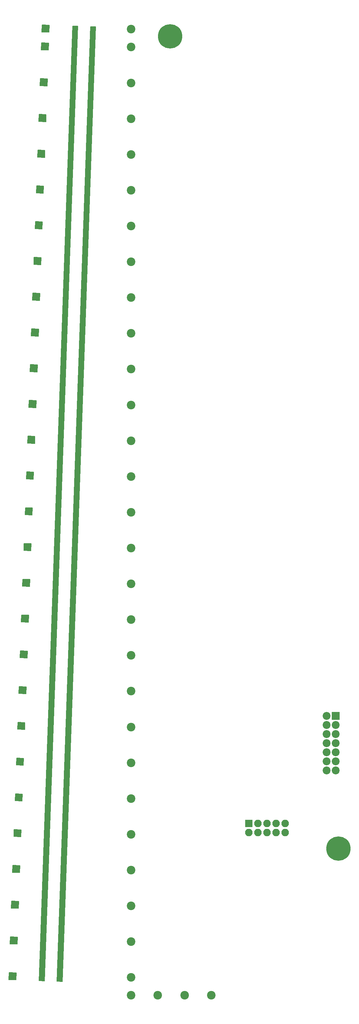
<source format=gbs>
G04 #@! TF.GenerationSoftware,KiCad,Pcbnew,(5.0.0)*
G04 #@! TF.CreationDate,2018-08-18T19:39:24+09:00*
G04 #@! TF.ProjectId,TouchSensor,546F75636853656E736F722E6B696361,rev?*
G04 #@! TF.SameCoordinates,Original*
G04 #@! TF.FileFunction,Soldermask,Bot*
G04 #@! TF.FilePolarity,Negative*
%FSLAX46Y46*%
G04 Gerber Fmt 4.6, Leading zero omitted, Abs format (unit mm)*
G04 Created by KiCad (PCBNEW (5.0.0)) date 08/18/18 19:39:24*
%MOMM*%
%LPD*%
G01*
G04 APERTURE LIST*
%ADD10C,0.150000*%
%ADD11C,6.800000*%
%ADD12O,2.100000X2.100000*%
%ADD13R,2.100000X2.100000*%
%ADD14C,2.398980*%
%ADD15R,2.200000X2.200000*%
%ADD16C,2.200000*%
G04 APERTURE END LIST*
D10*
G36*
X88656011Y-49257299D02*
X90155097Y-49309649D01*
X80836932Y-316147000D01*
X79337846Y-316094650D01*
X88656011Y-49257299D01*
G37*
X88656011Y-49257299D02*
X90155097Y-49309649D01*
X80836932Y-316147000D01*
X79337846Y-316094650D01*
X88656011Y-49257299D01*
G36*
X83659057Y-49082802D02*
X85158143Y-49135151D01*
X75839978Y-315972502D01*
X74340891Y-315920153D01*
X83659057Y-49082802D01*
G37*
X83659057Y-49082802D02*
X85158143Y-49135151D01*
X75839978Y-315972502D01*
X74340891Y-315920153D01*
X83659057Y-49082802D01*
G36*
X65915868Y-313624725D02*
X67914650Y-313694524D01*
X67844851Y-315693306D01*
X65846069Y-315623507D01*
X65915868Y-313624725D01*
G37*
X65915868Y-313624725D02*
X67914650Y-313694524D01*
X67844851Y-315693306D01*
X65846069Y-315623507D01*
X65915868Y-313624725D01*
G36*
X66962853Y-283643001D02*
X68961635Y-283712800D01*
X68891836Y-285711581D01*
X66893054Y-285641782D01*
X66962853Y-283643001D01*
G37*
X66962853Y-283643001D02*
X68961635Y-283712800D01*
X68891836Y-285711581D01*
X66893054Y-285641782D01*
X66962853Y-283643001D01*
G36*
X69405818Y-213685643D02*
X71404600Y-213755442D01*
X71334801Y-215754223D01*
X69336019Y-215684424D01*
X69405818Y-213685643D01*
G37*
X69405818Y-213685643D02*
X71404600Y-213755442D01*
X71334801Y-215754223D01*
X69336019Y-215684424D01*
X69405818Y-213685643D01*
G36*
X69056823Y-223679551D02*
X71055605Y-223749350D01*
X70985806Y-225748132D01*
X68987024Y-225678333D01*
X69056823Y-223679551D01*
G37*
X69056823Y-223679551D02*
X71055605Y-223749350D01*
X70985806Y-225748132D01*
X68987024Y-225678333D01*
X69056823Y-223679551D01*
G36*
X68009838Y-253661276D02*
X70008620Y-253731075D01*
X69938821Y-255729856D01*
X67940039Y-255660057D01*
X68009838Y-253661276D01*
G37*
X68009838Y-253661276D02*
X70008620Y-253731075D01*
X69938821Y-255729856D01*
X67940039Y-255660057D01*
X68009838Y-253661276D01*
G36*
X67660843Y-263655184D02*
X69659625Y-263724983D01*
X69589826Y-265723765D01*
X67591044Y-265653966D01*
X67660843Y-263655184D01*
G37*
X67660843Y-263655184D02*
X69659625Y-263724983D01*
X69589826Y-265723765D01*
X67591044Y-265653966D01*
X67660843Y-263655184D01*
G36*
X68707828Y-233673459D02*
X70706610Y-233743258D01*
X70636811Y-235742040D01*
X68638029Y-235672241D01*
X68707828Y-233673459D01*
G37*
X68707828Y-233673459D02*
X70706610Y-233743258D01*
X70636811Y-235742040D01*
X68638029Y-235672241D01*
X68707828Y-233673459D01*
G36*
X68358833Y-243667368D02*
X70357615Y-243737167D01*
X70287816Y-245735948D01*
X68289034Y-245666149D01*
X68358833Y-243667368D01*
G37*
X68358833Y-243667368D02*
X70357615Y-243737167D01*
X70287816Y-245735948D01*
X68289034Y-245666149D01*
X68358833Y-243667368D01*
G36*
X66613858Y-293636909D02*
X68612640Y-293706708D01*
X68542841Y-295705490D01*
X66544059Y-295635691D01*
X66613858Y-293636909D01*
G37*
X66613858Y-293636909D02*
X68612640Y-293706708D01*
X68542841Y-295705490D01*
X66544059Y-295635691D01*
X66613858Y-293636909D01*
G36*
X66264863Y-303630817D02*
X68263645Y-303700616D01*
X68193846Y-305699398D01*
X66195064Y-305629599D01*
X66264863Y-303630817D01*
G37*
X66264863Y-303630817D02*
X68263645Y-303700616D01*
X68193846Y-305699398D01*
X66195064Y-305629599D01*
X66264863Y-303630817D01*
G36*
X67311848Y-273649092D02*
X69310630Y-273718891D01*
X69240831Y-275717673D01*
X67242049Y-275647874D01*
X67311848Y-273649092D01*
G37*
X67311848Y-273649092D02*
X69310630Y-273718891D01*
X69240831Y-275717673D01*
X67242049Y-275647874D01*
X67311848Y-273649092D01*
G36*
X71499788Y-153722193D02*
X73498569Y-153791992D01*
X73428770Y-155790774D01*
X71429989Y-155720975D01*
X71499788Y-153722193D01*
G37*
X71499788Y-153722193D02*
X73498569Y-153791992D01*
X73428770Y-155790774D01*
X71429989Y-155720975D01*
X71499788Y-153722193D01*
G36*
X71150793Y-163716101D02*
X73149575Y-163785900D01*
X73079776Y-165784682D01*
X71080994Y-165714883D01*
X71150793Y-163716101D01*
G37*
X71150793Y-163716101D02*
X73149575Y-163785900D01*
X73079776Y-165784682D01*
X71080994Y-165714883D01*
X71150793Y-163716101D01*
G36*
X72197778Y-133734377D02*
X74196559Y-133804176D01*
X74126760Y-135802957D01*
X72127979Y-135733158D01*
X72197778Y-133734377D01*
G37*
X72197778Y-133734377D02*
X74196559Y-133804176D01*
X74126760Y-135802957D01*
X72127979Y-135733158D01*
X72197778Y-133734377D01*
G36*
X71848783Y-143728285D02*
X73847564Y-143798084D01*
X73777765Y-145796865D01*
X71778984Y-145727066D01*
X71848783Y-143728285D01*
G37*
X71848783Y-143728285D02*
X73847564Y-143798084D01*
X73777765Y-145796865D01*
X71778984Y-145727066D01*
X71848783Y-143728285D01*
G36*
X70103808Y-193697826D02*
X72102590Y-193767625D01*
X72032791Y-195766407D01*
X70034009Y-195696608D01*
X70103808Y-193697826D01*
G37*
X70103808Y-193697826D02*
X72102590Y-193767625D01*
X72032791Y-195766407D01*
X70034009Y-195696608D01*
X70103808Y-193697826D01*
G36*
X69754813Y-203691734D02*
X71753595Y-203761533D01*
X71683796Y-205760315D01*
X69685014Y-205690516D01*
X69754813Y-203691734D01*
G37*
X69754813Y-203691734D02*
X71753595Y-203761533D01*
X71683796Y-205760315D01*
X69685014Y-205690516D01*
X69754813Y-203691734D01*
G36*
X70801798Y-173710010D02*
X72800580Y-173779809D01*
X72730781Y-175778590D01*
X70731999Y-175708791D01*
X70801798Y-173710010D01*
G37*
X70801798Y-173710010D02*
X72800580Y-173779809D01*
X72730781Y-175778590D01*
X70731999Y-175708791D01*
X70801798Y-173710010D01*
G36*
X70452803Y-183703918D02*
X72451585Y-183773717D01*
X72381786Y-185772499D01*
X70383004Y-185702700D01*
X70452803Y-183703918D01*
G37*
X70452803Y-183703918D02*
X72451585Y-183773717D01*
X72381786Y-185772499D01*
X70383004Y-185702700D01*
X70452803Y-183703918D01*
G36*
X72895768Y-113746560D02*
X74894549Y-113816359D01*
X74824750Y-115815141D01*
X72825969Y-115745342D01*
X72895768Y-113746560D01*
G37*
X72895768Y-113746560D02*
X74894549Y-113816359D01*
X74824750Y-115815141D01*
X72825969Y-115745342D01*
X72895768Y-113746560D01*
G36*
X72546773Y-123740468D02*
X74545554Y-123810267D01*
X74475755Y-125809049D01*
X72476974Y-125739250D01*
X72546773Y-123740468D01*
G37*
X72546773Y-123740468D02*
X74545554Y-123810267D01*
X74475755Y-125809049D01*
X72476974Y-125739250D01*
X72546773Y-123740468D01*
G36*
X73593758Y-93758743D02*
X75592539Y-93828542D01*
X75522740Y-95827324D01*
X73523959Y-95757525D01*
X73593758Y-93758743D01*
G37*
X73593758Y-93758743D02*
X75592539Y-93828542D01*
X75522740Y-95827324D01*
X73523959Y-95757525D01*
X73593758Y-93758743D01*
G36*
X73244763Y-103752652D02*
X75243544Y-103822451D01*
X75173745Y-105821232D01*
X73174964Y-105751433D01*
X73244763Y-103752652D01*
G37*
X73244763Y-103752652D02*
X75243544Y-103822451D01*
X75173745Y-105821232D01*
X73174964Y-105751433D01*
X73244763Y-103752652D01*
G36*
X74291748Y-73770927D02*
X76290529Y-73840726D01*
X76220730Y-75839508D01*
X74221949Y-75769709D01*
X74291748Y-73770927D01*
G37*
X74291748Y-73770927D02*
X76290529Y-73840726D01*
X76220730Y-75839508D01*
X74221949Y-75769709D01*
X74291748Y-73770927D01*
G36*
X73942753Y-83764835D02*
X75941534Y-83834634D01*
X75871735Y-85833416D01*
X73872954Y-85763617D01*
X73942753Y-83764835D01*
G37*
X73942753Y-83764835D02*
X75941534Y-83834634D01*
X75871735Y-85833416D01*
X73872954Y-85763617D01*
X73942753Y-83764835D01*
G36*
X74640743Y-63777019D02*
X76639524Y-63846818D01*
X76569725Y-65845599D01*
X74570944Y-65775800D01*
X74640743Y-63777019D01*
G37*
X74640743Y-63777019D02*
X76639524Y-63846818D01*
X76569725Y-65845599D01*
X74570944Y-65775800D01*
X74640743Y-63777019D01*
G36*
X74989738Y-53783110D02*
X76988519Y-53852909D01*
X76918720Y-55851691D01*
X74919939Y-55781892D01*
X74989738Y-53783110D01*
G37*
X74989738Y-53783110D02*
X76988519Y-53852909D01*
X76918720Y-55851691D01*
X74919939Y-55781892D01*
X74989738Y-53783110D01*
G36*
X75164235Y-48786156D02*
X77163017Y-48855955D01*
X77093218Y-50854737D01*
X75094436Y-50784938D01*
X75164235Y-48786156D01*
G37*
X75164235Y-48786156D02*
X77163017Y-48855955D01*
X77093218Y-50854737D01*
X75094436Y-50784938D01*
X75164235Y-48786156D01*
D11*
G04 #@! TO.C,REF\002A\002A*
X111000000Y-52000000D03*
G04 #@! TD*
D12*
G04 #@! TO.C,P1*
X143160000Y-274540000D03*
X143160000Y-272000000D03*
X140620000Y-274540000D03*
X140620000Y-272000000D03*
X138080000Y-274540000D03*
X138080000Y-272000000D03*
X135540000Y-274540000D03*
X135540000Y-272000000D03*
X133000000Y-274540000D03*
D13*
X133000000Y-272000000D03*
G04 #@! TD*
D14*
G04 #@! TO.C,J1*
X100000000Y-50000000D03*
G04 #@! TD*
G04 #@! TO.C,J2*
X100000000Y-55000000D03*
G04 #@! TD*
G04 #@! TO.C,J3*
X100000000Y-65000000D03*
G04 #@! TD*
G04 #@! TO.C,J4*
X100000000Y-75000000D03*
G04 #@! TD*
G04 #@! TO.C,J5*
X100000000Y-85000000D03*
G04 #@! TD*
G04 #@! TO.C,J6*
X100000000Y-95000000D03*
G04 #@! TD*
G04 #@! TO.C,J7*
X100000000Y-105000000D03*
G04 #@! TD*
G04 #@! TO.C,J8*
X100000000Y-115000000D03*
G04 #@! TD*
G04 #@! TO.C,J9*
X100000000Y-125000000D03*
G04 #@! TD*
G04 #@! TO.C,J10*
X100000000Y-135000000D03*
G04 #@! TD*
G04 #@! TO.C,J11*
X100000000Y-145000000D03*
G04 #@! TD*
G04 #@! TO.C,J12*
X100000000Y-155000000D03*
G04 #@! TD*
G04 #@! TO.C,J13*
X100000000Y-165000000D03*
G04 #@! TD*
G04 #@! TO.C,J14*
X100000000Y-175000000D03*
G04 #@! TD*
G04 #@! TO.C,J15*
X100000000Y-185000000D03*
G04 #@! TD*
G04 #@! TO.C,J16*
X100000000Y-195000000D03*
G04 #@! TD*
G04 #@! TO.C,J17*
X100000000Y-205000000D03*
G04 #@! TD*
G04 #@! TO.C,J18*
X100000000Y-215000000D03*
G04 #@! TD*
G04 #@! TO.C,J19*
X100000000Y-225000000D03*
G04 #@! TD*
G04 #@! TO.C,J20*
X100000000Y-235000000D03*
G04 #@! TD*
G04 #@! TO.C,J21*
X100000000Y-245000000D03*
G04 #@! TD*
G04 #@! TO.C,J22*
X100000000Y-255000000D03*
G04 #@! TD*
G04 #@! TO.C,J23*
X100000000Y-265000000D03*
G04 #@! TD*
G04 #@! TO.C,J24*
X100000000Y-275000000D03*
G04 #@! TD*
G04 #@! TO.C,J25*
X100000000Y-285000000D03*
G04 #@! TD*
G04 #@! TO.C,J26*
X100000000Y-295000000D03*
G04 #@! TD*
G04 #@! TO.C,J27*
X100000000Y-305000000D03*
G04 #@! TD*
G04 #@! TO.C,J28*
X100000000Y-315000000D03*
G04 #@! TD*
G04 #@! TO.C,J29*
X100000000Y-320000000D03*
G04 #@! TD*
G04 #@! TO.C,J30*
X107500000Y-320000000D03*
G04 #@! TD*
G04 #@! TO.C,J31*
X115000000Y-320000000D03*
G04 #@! TD*
G04 #@! TO.C,J32*
X122500000Y-320000000D03*
G04 #@! TD*
D15*
G04 #@! TO.C,P2*
X157270000Y-241880000D03*
D16*
X154730000Y-241880000D03*
X157270000Y-244420000D03*
X154730000Y-244420000D03*
X157270000Y-246960000D03*
X154730000Y-246960000D03*
X157270000Y-249500000D03*
X154730000Y-249500000D03*
X157270000Y-252040000D03*
X154730000Y-252040000D03*
X157270000Y-254580000D03*
X154730000Y-254580000D03*
X157270000Y-257120000D03*
X154730000Y-257120000D03*
G04 #@! TD*
D11*
G04 #@! TO.C,REF\002A\002A*
X158000000Y-279000000D03*
G04 #@! TD*
M02*

</source>
